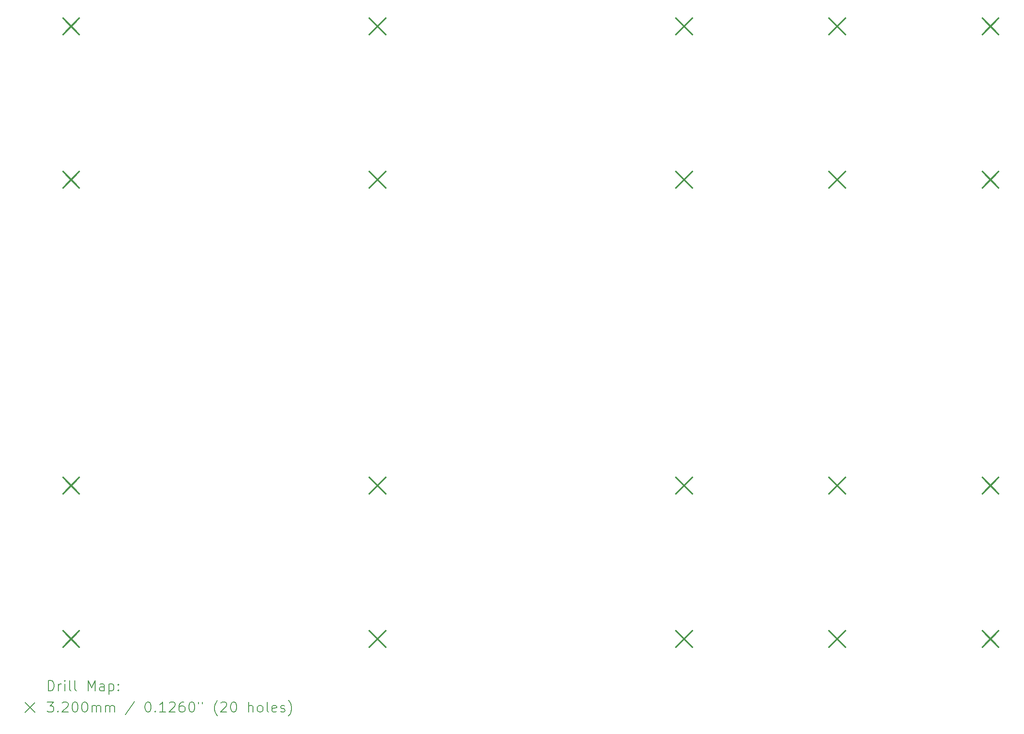
<source format=gbr>
%TF.GenerationSoftware,KiCad,Pcbnew,6.0.10+dfsg-1~bpo11+1*%
%TF.ProjectId,storage,73746f72-6167-4652-9e6b-696361645f70,5.0*%
%TF.SameCoordinates,Original*%
%TF.FileFunction,Drillmap*%
%TF.FilePolarity,Positive*%
%FSLAX45Y45*%
G04 Gerber Fmt 4.5, Leading zero omitted, Abs format (unit mm)*
%MOMM*%
%LPD*%
G01*
G04 APERTURE LIST*
%ADD10C,0.200000*%
%ADD11C,0.320000*%
G04 APERTURE END LIST*
D10*
D11*
X5540000Y-3140000D02*
X5860000Y-3460000D01*
X5860000Y-3140000D02*
X5540000Y-3460000D01*
X5540000Y-6140000D02*
X5860000Y-6460000D01*
X5860000Y-6140000D02*
X5540000Y-6460000D01*
X5540000Y-12140000D02*
X5860000Y-12460000D01*
X5860000Y-12140000D02*
X5540000Y-12460000D01*
X5540000Y-15140000D02*
X5860000Y-15460000D01*
X5860000Y-15140000D02*
X5540000Y-15460000D01*
X11540000Y-3140000D02*
X11860000Y-3460000D01*
X11860000Y-3140000D02*
X11540000Y-3460000D01*
X11540000Y-6140000D02*
X11860000Y-6460000D01*
X11860000Y-6140000D02*
X11540000Y-6460000D01*
X11540000Y-12140000D02*
X11860000Y-12460000D01*
X11860000Y-12140000D02*
X11540000Y-12460000D01*
X11540000Y-15140000D02*
X11860000Y-15460000D01*
X11860000Y-15140000D02*
X11540000Y-15460000D01*
X17540000Y-3140000D02*
X17860000Y-3460000D01*
X17860000Y-3140000D02*
X17540000Y-3460000D01*
X17540000Y-6140000D02*
X17860000Y-6460000D01*
X17860000Y-6140000D02*
X17540000Y-6460000D01*
X17540000Y-12140000D02*
X17860000Y-12460000D01*
X17860000Y-12140000D02*
X17540000Y-12460000D01*
X17540000Y-15140000D02*
X17860000Y-15460000D01*
X17860000Y-15140000D02*
X17540000Y-15460000D01*
X20540000Y-3140000D02*
X20860000Y-3460000D01*
X20860000Y-3140000D02*
X20540000Y-3460000D01*
X20540000Y-6140000D02*
X20860000Y-6460000D01*
X20860000Y-6140000D02*
X20540000Y-6460000D01*
X20540000Y-12140000D02*
X20860000Y-12460000D01*
X20860000Y-12140000D02*
X20540000Y-12460000D01*
X20540000Y-15140000D02*
X20860000Y-15460000D01*
X20860000Y-15140000D02*
X20540000Y-15460000D01*
X23540000Y-3140000D02*
X23860000Y-3460000D01*
X23860000Y-3140000D02*
X23540000Y-3460000D01*
X23540000Y-6140000D02*
X23860000Y-6460000D01*
X23860000Y-6140000D02*
X23540000Y-6460000D01*
X23540000Y-12140000D02*
X23860000Y-12460000D01*
X23860000Y-12140000D02*
X23540000Y-12460000D01*
X23540000Y-15140000D02*
X23860000Y-15460000D01*
X23860000Y-15140000D02*
X23540000Y-15460000D01*
D10*
X5251619Y-16316476D02*
X5251619Y-16116476D01*
X5299238Y-16116476D01*
X5327810Y-16126000D01*
X5346857Y-16145048D01*
X5356381Y-16164095D01*
X5365905Y-16202190D01*
X5365905Y-16230762D01*
X5356381Y-16268857D01*
X5346857Y-16287905D01*
X5327810Y-16306952D01*
X5299238Y-16316476D01*
X5251619Y-16316476D01*
X5451619Y-16316476D02*
X5451619Y-16183143D01*
X5451619Y-16221238D02*
X5461143Y-16202190D01*
X5470667Y-16192667D01*
X5489714Y-16183143D01*
X5508762Y-16183143D01*
X5575429Y-16316476D02*
X5575429Y-16183143D01*
X5575429Y-16116476D02*
X5565905Y-16126000D01*
X5575429Y-16135524D01*
X5584952Y-16126000D01*
X5575429Y-16116476D01*
X5575429Y-16135524D01*
X5699238Y-16316476D02*
X5680190Y-16306952D01*
X5670667Y-16287905D01*
X5670667Y-16116476D01*
X5804000Y-16316476D02*
X5784952Y-16306952D01*
X5775428Y-16287905D01*
X5775428Y-16116476D01*
X6032571Y-16316476D02*
X6032571Y-16116476D01*
X6099238Y-16259333D01*
X6165905Y-16116476D01*
X6165905Y-16316476D01*
X6346857Y-16316476D02*
X6346857Y-16211714D01*
X6337333Y-16192667D01*
X6318286Y-16183143D01*
X6280190Y-16183143D01*
X6261143Y-16192667D01*
X6346857Y-16306952D02*
X6327809Y-16316476D01*
X6280190Y-16316476D01*
X6261143Y-16306952D01*
X6251619Y-16287905D01*
X6251619Y-16268857D01*
X6261143Y-16249809D01*
X6280190Y-16240286D01*
X6327809Y-16240286D01*
X6346857Y-16230762D01*
X6442095Y-16183143D02*
X6442095Y-16383143D01*
X6442095Y-16192667D02*
X6461143Y-16183143D01*
X6499238Y-16183143D01*
X6518286Y-16192667D01*
X6527809Y-16202190D01*
X6537333Y-16221238D01*
X6537333Y-16278381D01*
X6527809Y-16297428D01*
X6518286Y-16306952D01*
X6499238Y-16316476D01*
X6461143Y-16316476D01*
X6442095Y-16306952D01*
X6623048Y-16297428D02*
X6632571Y-16306952D01*
X6623048Y-16316476D01*
X6613524Y-16306952D01*
X6623048Y-16297428D01*
X6623048Y-16316476D01*
X6623048Y-16192667D02*
X6632571Y-16202190D01*
X6623048Y-16211714D01*
X6613524Y-16202190D01*
X6623048Y-16192667D01*
X6623048Y-16211714D01*
X4794000Y-16546000D02*
X4994000Y-16746000D01*
X4994000Y-16546000D02*
X4794000Y-16746000D01*
X5232571Y-16536476D02*
X5356381Y-16536476D01*
X5289714Y-16612667D01*
X5318286Y-16612667D01*
X5337333Y-16622190D01*
X5346857Y-16631714D01*
X5356381Y-16650762D01*
X5356381Y-16698381D01*
X5346857Y-16717428D01*
X5337333Y-16726952D01*
X5318286Y-16736476D01*
X5261143Y-16736476D01*
X5242095Y-16726952D01*
X5232571Y-16717428D01*
X5442095Y-16717428D02*
X5451619Y-16726952D01*
X5442095Y-16736476D01*
X5432571Y-16726952D01*
X5442095Y-16717428D01*
X5442095Y-16736476D01*
X5527810Y-16555524D02*
X5537333Y-16546000D01*
X5556381Y-16536476D01*
X5604000Y-16536476D01*
X5623048Y-16546000D01*
X5632571Y-16555524D01*
X5642095Y-16574571D01*
X5642095Y-16593619D01*
X5632571Y-16622190D01*
X5518286Y-16736476D01*
X5642095Y-16736476D01*
X5765905Y-16536476D02*
X5784952Y-16536476D01*
X5804000Y-16546000D01*
X5813524Y-16555524D01*
X5823048Y-16574571D01*
X5832571Y-16612667D01*
X5832571Y-16660286D01*
X5823048Y-16698381D01*
X5813524Y-16717428D01*
X5804000Y-16726952D01*
X5784952Y-16736476D01*
X5765905Y-16736476D01*
X5746857Y-16726952D01*
X5737333Y-16717428D01*
X5727809Y-16698381D01*
X5718286Y-16660286D01*
X5718286Y-16612667D01*
X5727809Y-16574571D01*
X5737333Y-16555524D01*
X5746857Y-16546000D01*
X5765905Y-16536476D01*
X5956381Y-16536476D02*
X5975428Y-16536476D01*
X5994476Y-16546000D01*
X6004000Y-16555524D01*
X6013524Y-16574571D01*
X6023048Y-16612667D01*
X6023048Y-16660286D01*
X6013524Y-16698381D01*
X6004000Y-16717428D01*
X5994476Y-16726952D01*
X5975428Y-16736476D01*
X5956381Y-16736476D01*
X5937333Y-16726952D01*
X5927809Y-16717428D01*
X5918286Y-16698381D01*
X5908762Y-16660286D01*
X5908762Y-16612667D01*
X5918286Y-16574571D01*
X5927809Y-16555524D01*
X5937333Y-16546000D01*
X5956381Y-16536476D01*
X6108762Y-16736476D02*
X6108762Y-16603143D01*
X6108762Y-16622190D02*
X6118286Y-16612667D01*
X6137333Y-16603143D01*
X6165905Y-16603143D01*
X6184952Y-16612667D01*
X6194476Y-16631714D01*
X6194476Y-16736476D01*
X6194476Y-16631714D02*
X6204000Y-16612667D01*
X6223048Y-16603143D01*
X6251619Y-16603143D01*
X6270667Y-16612667D01*
X6280190Y-16631714D01*
X6280190Y-16736476D01*
X6375428Y-16736476D02*
X6375428Y-16603143D01*
X6375428Y-16622190D02*
X6384952Y-16612667D01*
X6404000Y-16603143D01*
X6432571Y-16603143D01*
X6451619Y-16612667D01*
X6461143Y-16631714D01*
X6461143Y-16736476D01*
X6461143Y-16631714D02*
X6470667Y-16612667D01*
X6489714Y-16603143D01*
X6518286Y-16603143D01*
X6537333Y-16612667D01*
X6546857Y-16631714D01*
X6546857Y-16736476D01*
X6937333Y-16526952D02*
X6765905Y-16784095D01*
X7194476Y-16536476D02*
X7213524Y-16536476D01*
X7232571Y-16546000D01*
X7242095Y-16555524D01*
X7251619Y-16574571D01*
X7261143Y-16612667D01*
X7261143Y-16660286D01*
X7251619Y-16698381D01*
X7242095Y-16717428D01*
X7232571Y-16726952D01*
X7213524Y-16736476D01*
X7194476Y-16736476D01*
X7175428Y-16726952D01*
X7165905Y-16717428D01*
X7156381Y-16698381D01*
X7146857Y-16660286D01*
X7146857Y-16612667D01*
X7156381Y-16574571D01*
X7165905Y-16555524D01*
X7175428Y-16546000D01*
X7194476Y-16536476D01*
X7346857Y-16717428D02*
X7356381Y-16726952D01*
X7346857Y-16736476D01*
X7337333Y-16726952D01*
X7346857Y-16717428D01*
X7346857Y-16736476D01*
X7546857Y-16736476D02*
X7432571Y-16736476D01*
X7489714Y-16736476D02*
X7489714Y-16536476D01*
X7470667Y-16565048D01*
X7451619Y-16584095D01*
X7432571Y-16593619D01*
X7623048Y-16555524D02*
X7632571Y-16546000D01*
X7651619Y-16536476D01*
X7699238Y-16536476D01*
X7718286Y-16546000D01*
X7727809Y-16555524D01*
X7737333Y-16574571D01*
X7737333Y-16593619D01*
X7727809Y-16622190D01*
X7613524Y-16736476D01*
X7737333Y-16736476D01*
X7908762Y-16536476D02*
X7870667Y-16536476D01*
X7851619Y-16546000D01*
X7842095Y-16555524D01*
X7823048Y-16584095D01*
X7813524Y-16622190D01*
X7813524Y-16698381D01*
X7823048Y-16717428D01*
X7832571Y-16726952D01*
X7851619Y-16736476D01*
X7889714Y-16736476D01*
X7908762Y-16726952D01*
X7918286Y-16717428D01*
X7927809Y-16698381D01*
X7927809Y-16650762D01*
X7918286Y-16631714D01*
X7908762Y-16622190D01*
X7889714Y-16612667D01*
X7851619Y-16612667D01*
X7832571Y-16622190D01*
X7823048Y-16631714D01*
X7813524Y-16650762D01*
X8051619Y-16536476D02*
X8070667Y-16536476D01*
X8089714Y-16546000D01*
X8099238Y-16555524D01*
X8108762Y-16574571D01*
X8118286Y-16612667D01*
X8118286Y-16660286D01*
X8108762Y-16698381D01*
X8099238Y-16717428D01*
X8089714Y-16726952D01*
X8070667Y-16736476D01*
X8051619Y-16736476D01*
X8032571Y-16726952D01*
X8023048Y-16717428D01*
X8013524Y-16698381D01*
X8004000Y-16660286D01*
X8004000Y-16612667D01*
X8013524Y-16574571D01*
X8023048Y-16555524D01*
X8032571Y-16546000D01*
X8051619Y-16536476D01*
X8194476Y-16536476D02*
X8194476Y-16574571D01*
X8270667Y-16536476D02*
X8270667Y-16574571D01*
X8565905Y-16812667D02*
X8556381Y-16803143D01*
X8537333Y-16774571D01*
X8527810Y-16755524D01*
X8518286Y-16726952D01*
X8508762Y-16679333D01*
X8508762Y-16641238D01*
X8518286Y-16593619D01*
X8527810Y-16565048D01*
X8537333Y-16546000D01*
X8556381Y-16517428D01*
X8565905Y-16507905D01*
X8632571Y-16555524D02*
X8642095Y-16546000D01*
X8661143Y-16536476D01*
X8708762Y-16536476D01*
X8727810Y-16546000D01*
X8737333Y-16555524D01*
X8746857Y-16574571D01*
X8746857Y-16593619D01*
X8737333Y-16622190D01*
X8623048Y-16736476D01*
X8746857Y-16736476D01*
X8870667Y-16536476D02*
X8889714Y-16536476D01*
X8908762Y-16546000D01*
X8918286Y-16555524D01*
X8927810Y-16574571D01*
X8937333Y-16612667D01*
X8937333Y-16660286D01*
X8927810Y-16698381D01*
X8918286Y-16717428D01*
X8908762Y-16726952D01*
X8889714Y-16736476D01*
X8870667Y-16736476D01*
X8851619Y-16726952D01*
X8842095Y-16717428D01*
X8832571Y-16698381D01*
X8823048Y-16660286D01*
X8823048Y-16612667D01*
X8832571Y-16574571D01*
X8842095Y-16555524D01*
X8851619Y-16546000D01*
X8870667Y-16536476D01*
X9175429Y-16736476D02*
X9175429Y-16536476D01*
X9261143Y-16736476D02*
X9261143Y-16631714D01*
X9251619Y-16612667D01*
X9232571Y-16603143D01*
X9204000Y-16603143D01*
X9184952Y-16612667D01*
X9175429Y-16622190D01*
X9384952Y-16736476D02*
X9365905Y-16726952D01*
X9356381Y-16717428D01*
X9346857Y-16698381D01*
X9346857Y-16641238D01*
X9356381Y-16622190D01*
X9365905Y-16612667D01*
X9384952Y-16603143D01*
X9413524Y-16603143D01*
X9432571Y-16612667D01*
X9442095Y-16622190D01*
X9451619Y-16641238D01*
X9451619Y-16698381D01*
X9442095Y-16717428D01*
X9432571Y-16726952D01*
X9413524Y-16736476D01*
X9384952Y-16736476D01*
X9565905Y-16736476D02*
X9546857Y-16726952D01*
X9537333Y-16707905D01*
X9537333Y-16536476D01*
X9718286Y-16726952D02*
X9699238Y-16736476D01*
X9661143Y-16736476D01*
X9642095Y-16726952D01*
X9632571Y-16707905D01*
X9632571Y-16631714D01*
X9642095Y-16612667D01*
X9661143Y-16603143D01*
X9699238Y-16603143D01*
X9718286Y-16612667D01*
X9727810Y-16631714D01*
X9727810Y-16650762D01*
X9632571Y-16669809D01*
X9804000Y-16726952D02*
X9823048Y-16736476D01*
X9861143Y-16736476D01*
X9880190Y-16726952D01*
X9889714Y-16707905D01*
X9889714Y-16698381D01*
X9880190Y-16679333D01*
X9861143Y-16669809D01*
X9832571Y-16669809D01*
X9813524Y-16660286D01*
X9804000Y-16641238D01*
X9804000Y-16631714D01*
X9813524Y-16612667D01*
X9832571Y-16603143D01*
X9861143Y-16603143D01*
X9880190Y-16612667D01*
X9956381Y-16812667D02*
X9965905Y-16803143D01*
X9984952Y-16774571D01*
X9994476Y-16755524D01*
X10004000Y-16726952D01*
X10013524Y-16679333D01*
X10013524Y-16641238D01*
X10004000Y-16593619D01*
X9994476Y-16565048D01*
X9984952Y-16546000D01*
X9965905Y-16517428D01*
X9956381Y-16507905D01*
M02*

</source>
